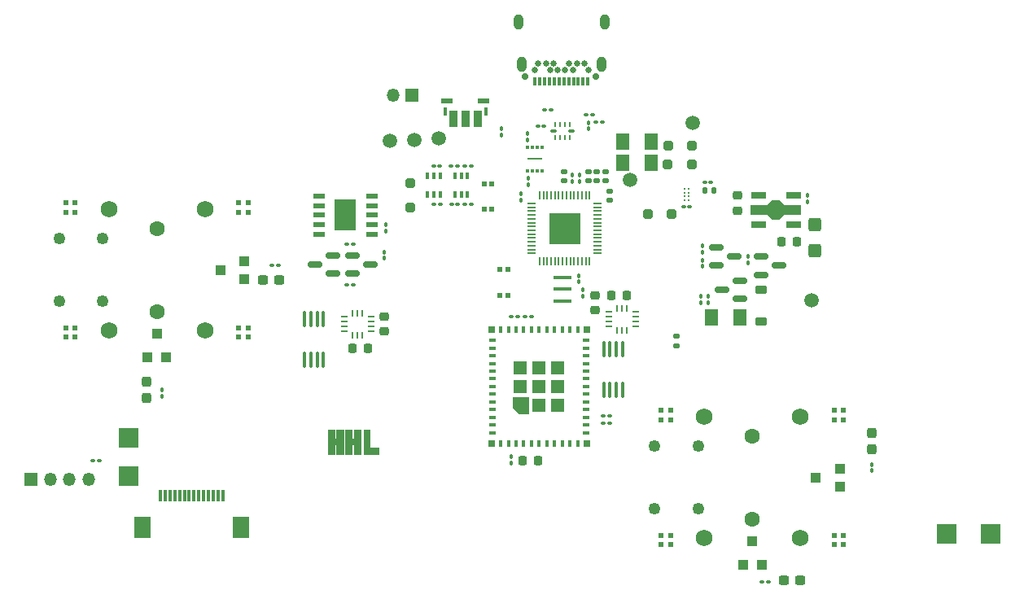
<source format=gbr>
G04 #@! TF.GenerationSoftware,KiCad,Pcbnew,7.0.6*
G04 #@! TF.CreationDate,2023-09-01T17:33:17-07:00*
G04 #@! TF.ProjectId,procon_gcc_main_pcb,70726f63-6f6e-45f6-9763-635f6d61696e,1*
G04 #@! TF.SameCoordinates,Original*
G04 #@! TF.FileFunction,Soldermask,Top*
G04 #@! TF.FilePolarity,Negative*
%FSLAX46Y46*%
G04 Gerber Fmt 4.6, Leading zero omitted, Abs format (unit mm)*
G04 Created by KiCad (PCBNEW 7.0.6) date 2023-09-01 17:33:17*
%MOMM*%
%LPD*%
G01*
G04 APERTURE LIST*
G04 Aperture macros list*
%AMRoundRect*
0 Rectangle with rounded corners*
0 $1 Rounding radius*
0 $2 $3 $4 $5 $6 $7 $8 $9 X,Y pos of 4 corners*
0 Add a 4 corners polygon primitive as box body*
4,1,4,$2,$3,$4,$5,$6,$7,$8,$9,$2,$3,0*
0 Add four circle primitives for the rounded corners*
1,1,$1+$1,$2,$3*
1,1,$1+$1,$4,$5*
1,1,$1+$1,$6,$7*
1,1,$1+$1,$8,$9*
0 Add four rect primitives between the rounded corners*
20,1,$1+$1,$2,$3,$4,$5,0*
20,1,$1+$1,$4,$5,$6,$7,0*
20,1,$1+$1,$6,$7,$8,$9,0*
20,1,$1+$1,$8,$9,$2,$3,0*%
%AMFreePoly0*
4,1,13,0.900000,0.500000,2.600000,0.500000,2.600000,-0.500000,0.900000,-0.500000,0.400000,-1.000000,-0.400000,-1.000000,-0.900000,-0.500000,-2.600000,-0.500000,-2.600000,0.500000,-0.900000,0.500000,-0.400000,1.000000,0.400000,1.000000,0.900000,0.500000,0.900000,0.500000,$1*%
G04 Aperture macros list end*
%ADD10C,0.010000*%
%ADD11C,0.025000*%
%ADD12R,0.745000X0.280000*%
%ADD13R,0.280000X0.745000*%
%ADD14R,0.550000X0.550000*%
%ADD15R,2.000000X2.000000*%
%ADD16R,0.400000X0.800000*%
%ADD17R,0.800000X0.400000*%
%ADD18R,1.450000X1.450000*%
%ADD19R,0.700000X0.700000*%
%ADD20R,1.300000X0.600000*%
%ADD21R,2.300000X3.200000*%
%ADD22RoundRect,0.100000X0.100000X-0.130000X0.100000X0.130000X-0.100000X0.130000X-0.100000X-0.130000X0*%
%ADD23RoundRect,0.225000X-0.225000X-0.250000X0.225000X-0.250000X0.225000X0.250000X-0.225000X0.250000X0*%
%ADD24RoundRect,0.225000X0.225000X0.250000X-0.225000X0.250000X-0.225000X-0.250000X0.225000X-0.250000X0*%
%ADD25RoundRect,0.100000X-0.130000X-0.100000X0.130000X-0.100000X0.130000X0.100000X-0.130000X0.100000X0*%
%ADD26RoundRect,0.237500X-0.237500X0.300000X-0.237500X-0.300000X0.237500X-0.300000X0.237500X0.300000X0*%
%ADD27RoundRect,0.140000X-0.170000X0.140000X-0.170000X-0.140000X0.170000X-0.140000X0.170000X0.140000X0*%
%ADD28RoundRect,0.225000X-0.250000X0.225000X-0.250000X-0.225000X0.250000X-0.225000X0.250000X0.225000X0*%
%ADD29RoundRect,0.250000X-0.425000X0.450000X-0.425000X-0.450000X0.425000X-0.450000X0.425000X0.450000X0*%
%ADD30RoundRect,0.140000X0.170000X-0.140000X0.170000X0.140000X-0.170000X0.140000X-0.170000X-0.140000X0*%
%ADD31RoundRect,0.225000X0.250000X-0.225000X0.250000X0.225000X-0.250000X0.225000X-0.250000X-0.225000X0*%
%ADD32RoundRect,0.140000X0.140000X0.170000X-0.140000X0.170000X-0.140000X-0.170000X0.140000X-0.170000X0*%
%ADD33RoundRect,0.225000X-0.375000X0.225000X-0.375000X-0.225000X0.375000X-0.225000X0.375000X0.225000X0*%
%ADD34RoundRect,0.250000X-0.250000X0.250000X-0.250000X-0.250000X0.250000X-0.250000X0.250000X0.250000X0*%
%ADD35R,1.350000X1.350000*%
%ADD36O,1.350000X1.350000*%
%ADD37R,0.300000X1.300000*%
%ADD38R,1.800000X2.200000*%
%ADD39RoundRect,0.150000X-0.587500X-0.150000X0.587500X-0.150000X0.587500X0.150000X-0.587500X0.150000X0*%
%ADD40R,0.400000X0.650000*%
%ADD41RoundRect,0.135000X0.185000X-0.135000X0.185000X0.135000X-0.185000X0.135000X-0.185000X-0.135000X0*%
%ADD42RoundRect,0.100000X-0.100000X0.130000X-0.100000X-0.130000X0.100000X-0.130000X0.100000X0.130000X0*%
%ADD43R,1.000000X1.000000*%
%ADD44RoundRect,0.050000X-0.387500X-0.050000X0.387500X-0.050000X0.387500X0.050000X-0.387500X0.050000X0*%
%ADD45RoundRect,0.050000X-0.050000X-0.387500X0.050000X-0.387500X0.050000X0.387500X-0.050000X0.387500X0*%
%ADD46R,3.200000X3.200000*%
%ADD47RoundRect,0.100000X0.100000X-0.712500X0.100000X0.712500X-0.100000X0.712500X-0.100000X-0.712500X0*%
%ADD48RoundRect,0.050000X0.075000X-0.225000X0.075000X0.225000X-0.075000X0.225000X-0.075000X-0.225000X0*%
%ADD49RoundRect,0.050000X0.050000X-0.225000X0.050000X0.225000X-0.050000X0.225000X-0.050000X-0.225000X0*%
%ADD50RoundRect,0.050000X0.250000X-0.100000X0.250000X0.100000X-0.250000X0.100000X-0.250000X-0.100000X0*%
%ADD51R,0.300000X0.400000*%
%ADD52R,1.600000X0.200000*%
%ADD53R,1.500000X0.700000*%
%ADD54FreePoly0,180.000000*%
%ADD55C,1.500000*%
%ADD56RoundRect,0.100000X0.130000X0.100000X-0.130000X0.100000X-0.130000X-0.100000X0.130000X-0.100000X0*%
%ADD57O,0.400000X0.900000*%
%ADD58R,0.950000X1.700000*%
%ADD59R,0.900000X1.700000*%
%ADD60R,1.200000X0.600000*%
%ADD61RoundRect,0.250000X0.250000X0.250000X-0.250000X0.250000X-0.250000X-0.250000X0.250000X-0.250000X0*%
%ADD62RoundRect,0.237500X0.300000X0.237500X-0.300000X0.237500X-0.300000X-0.237500X0.300000X-0.237500X0*%
%ADD63RoundRect,0.250001X0.462499X0.624999X-0.462499X0.624999X-0.462499X-0.624999X0.462499X-0.624999X0*%
%ADD64RoundRect,0.150000X0.587500X0.150000X-0.587500X0.150000X-0.587500X-0.150000X0.587500X-0.150000X0*%
%ADD65RoundRect,0.250000X-0.250000X-0.250000X0.250000X-0.250000X0.250000X0.250000X-0.250000X0.250000X0*%
%ADD66C,0.230000*%
%ADD67RoundRect,0.237500X-0.300000X-0.237500X0.300000X-0.237500X0.300000X0.237500X-0.300000X0.237500X0*%
%ADD68R,1.900000X0.400000*%
%ADD69C,1.750000*%
%ADD70C,1.600000*%
%ADD71C,1.250000*%
%ADD72R,0.500000X0.550000*%
%ADD73C,0.700000*%
%ADD74R,0.300000X0.900000*%
%ADD75C,0.650000*%
%ADD76O,1.000000X1.600000*%
G04 APERTURE END LIST*
D10*
X135019200Y-133323800D02*
X133969200Y-133323800D01*
X133369200Y-132723800D01*
X133369200Y-131673800D01*
X135019200Y-131673800D01*
X135019200Y-133323800D01*
G36*
X135019200Y-133323800D02*
G01*
X133969200Y-133323800D01*
X133369200Y-132723800D01*
X133369200Y-131673800D01*
X135019200Y-131673800D01*
X135019200Y-133323800D01*
G37*
D11*
X118516400Y-136903898D02*
X119470355Y-136903898D01*
X119470355Y-137573267D01*
X117883741Y-137573267D01*
X117883741Y-135020095D01*
X118516400Y-135020095D01*
X118516400Y-136903898D01*
G36*
X118516400Y-136903898D02*
G01*
X119470355Y-136903898D01*
X119470355Y-137573267D01*
X117883741Y-137573267D01*
X117883741Y-135020095D01*
X118516400Y-135020095D01*
X118516400Y-136903898D01*
G37*
X115750266Y-137573267D02*
X115069405Y-137573267D01*
X115069405Y-136605145D01*
X114829749Y-136605145D01*
X114829749Y-137573267D01*
X114144449Y-137573267D01*
X114144449Y-135020615D01*
X114827463Y-135020095D01*
X114827463Y-135942897D01*
X115069405Y-135942897D01*
X115069405Y-135020095D01*
X115750266Y-135020095D01*
X115750266Y-137573267D01*
G36*
X115750266Y-137573267D02*
G01*
X115069405Y-137573267D01*
X115069405Y-136605145D01*
X114829749Y-136605145D01*
X114829749Y-137573267D01*
X114144449Y-137573267D01*
X114144449Y-135020615D01*
X114827463Y-135020095D01*
X114827463Y-135942897D01*
X115069405Y-135942897D01*
X115069405Y-135020095D01*
X115750266Y-135020095D01*
X115750266Y-137573267D01*
G37*
X117600266Y-137573267D02*
X116919405Y-137573267D01*
X116919405Y-136605145D01*
X116679749Y-136605145D01*
X116679749Y-137573267D01*
X115994449Y-137573267D01*
X115994449Y-135020615D01*
X116677463Y-135020095D01*
X116677463Y-135942897D01*
X116919405Y-135942897D01*
X116919405Y-135020095D01*
X117600266Y-135020095D01*
X117600266Y-137573267D01*
G36*
X117600266Y-137573267D02*
G01*
X116919405Y-137573267D01*
X116919405Y-136605145D01*
X116679749Y-136605145D01*
X116679749Y-137573267D01*
X115994449Y-137573267D01*
X115994449Y-135020615D01*
X116677463Y-135020095D01*
X116677463Y-135942897D01*
X116919405Y-135942897D01*
X116919405Y-135020095D01*
X117600266Y-135020095D01*
X117600266Y-137573267D01*
G37*
D12*
X146159800Y-124295600D03*
X146159800Y-123795600D03*
X146159800Y-123295600D03*
X146159800Y-122795600D03*
D13*
X145261800Y-122397600D03*
X144761800Y-122397600D03*
X144261800Y-122397600D03*
D12*
X143363800Y-122795600D03*
X143363800Y-123295600D03*
X143363800Y-123795600D03*
X143363800Y-124295600D03*
D13*
X144261800Y-124693600D03*
X144761800Y-124693600D03*
X145261800Y-124693600D03*
D12*
X115841200Y-123303600D03*
X115841200Y-123803600D03*
X115841200Y-124303600D03*
X115841200Y-124803600D03*
D13*
X116739200Y-125201600D03*
X117239200Y-125201600D03*
X117739200Y-125201600D03*
D12*
X118637200Y-124803600D03*
X118637200Y-124303600D03*
X118637200Y-123803600D03*
X118637200Y-123303600D03*
D13*
X117739200Y-122905600D03*
X117239200Y-122905600D03*
X116739200Y-122905600D03*
D14*
X86902000Y-125407600D03*
X87852000Y-125407600D03*
X87852000Y-124457600D03*
X86902000Y-124457600D03*
X86902000Y-112407600D03*
X87852000Y-112407600D03*
X87852000Y-111457600D03*
X86902000Y-111457600D03*
X104902000Y-112407600D03*
X105852000Y-112407600D03*
X105852000Y-111457600D03*
X104902000Y-111457600D03*
X104902000Y-125407600D03*
X105852000Y-125407600D03*
X105852000Y-124457600D03*
X104902000Y-124457600D03*
X148845200Y-146997000D03*
X149795200Y-146997000D03*
X149795200Y-146047000D03*
X148845200Y-146047000D03*
X166845200Y-146997000D03*
X167795200Y-146997000D03*
X167795200Y-146047000D03*
X166845200Y-146047000D03*
X166845200Y-133997000D03*
X167795200Y-133997000D03*
X167795200Y-133047000D03*
X166845200Y-133047000D03*
X148845200Y-133997000D03*
X149795200Y-133997000D03*
X149795200Y-133047000D03*
X148845200Y-133047000D03*
D15*
X183062000Y-145848750D03*
D16*
X132144200Y-136448800D03*
X132944200Y-136448800D03*
X133744200Y-136448800D03*
X134544200Y-136448800D03*
X135344200Y-136448800D03*
X136144200Y-136448800D03*
X136944200Y-136448800D03*
X137744200Y-136448800D03*
X138544200Y-136448800D03*
X139344200Y-136448800D03*
X140144200Y-136448800D03*
D17*
X141044200Y-135348800D03*
X141044200Y-134548800D03*
X141044200Y-133748800D03*
X141044200Y-132948800D03*
X141044200Y-132148800D03*
X141044200Y-131348800D03*
X141044200Y-130548800D03*
X141044200Y-129748800D03*
X141044200Y-128948800D03*
X141044200Y-128148800D03*
X141044200Y-127348800D03*
X141044200Y-126548800D03*
X141044200Y-125748800D03*
D16*
X140144200Y-124648800D03*
X139344200Y-124648800D03*
X138544200Y-124648800D03*
X137744200Y-124648800D03*
X136944200Y-124648800D03*
X136144200Y-124648800D03*
X135344200Y-124648800D03*
X134544200Y-124648800D03*
X133744200Y-124648800D03*
X132944200Y-124648800D03*
X132144200Y-124648800D03*
D17*
X131244200Y-125748800D03*
X131244200Y-126548800D03*
X131244200Y-127348800D03*
X131244200Y-128148800D03*
X131244200Y-128948800D03*
X131244200Y-129748800D03*
X131244200Y-130548800D03*
X131244200Y-131348800D03*
X131244200Y-132148800D03*
X131244200Y-132948800D03*
X131244200Y-133748800D03*
X131244200Y-134548800D03*
X131244200Y-135348800D03*
D18*
X136144200Y-130548800D03*
D19*
X131194200Y-124598800D03*
X141094200Y-124598800D03*
X141094200Y-136498800D03*
X131194200Y-136498800D03*
D18*
X136144200Y-132498800D03*
X138094200Y-132498800D03*
X138094200Y-130548800D03*
X138094200Y-128598800D03*
X136144200Y-128598800D03*
X134194200Y-128598800D03*
X134194200Y-130548800D03*
D20*
X113227302Y-110726102D03*
X113227302Y-111726102D03*
X113227302Y-112726102D03*
X113227302Y-113726102D03*
X113227302Y-114726102D03*
X118727302Y-114726102D03*
X118727302Y-113726102D03*
X118727302Y-112726102D03*
X118727302Y-111726102D03*
X118727302Y-110726102D03*
D21*
X115977302Y-112726102D03*
D22*
X134950900Y-104884294D03*
X134950900Y-104244294D03*
D23*
X134454600Y-138226800D03*
X136004600Y-138226800D03*
D24*
X118314100Y-126547002D03*
X116764100Y-126547002D03*
D23*
X143678194Y-121060800D03*
X145228194Y-121060800D03*
D25*
X142072400Y-103073200D03*
X142712400Y-103073200D03*
D26*
X170738456Y-135352081D03*
X170738456Y-137077081D03*
X95317457Y-130017891D03*
X95317457Y-131742891D03*
D27*
X141236700Y-108179894D03*
X141236700Y-109139894D03*
D28*
X141938323Y-121038129D03*
X141938323Y-122588129D03*
D29*
X164774000Y-113688000D03*
X164774000Y-116388000D03*
D22*
X134251700Y-111164294D03*
X134251700Y-110524294D03*
D30*
X143471900Y-111197294D03*
X143471900Y-110237294D03*
X142151100Y-109137294D03*
X142151100Y-108177294D03*
D27*
X138747500Y-108179894D03*
X138747500Y-109139894D03*
D22*
X164088200Y-111344800D03*
X164088200Y-110704800D03*
D31*
X156798400Y-112231600D03*
X156798400Y-110681600D03*
D25*
X153353200Y-109274000D03*
X153993200Y-109274000D03*
D32*
X154356400Y-110163000D03*
X153396400Y-110163000D03*
D33*
X159237200Y-120476000D03*
X159237200Y-123776000D03*
D34*
X122758200Y-109392400D03*
X122758200Y-111892400D03*
D35*
X83274400Y-140182600D03*
D36*
X85274400Y-140182600D03*
X87274400Y-140182600D03*
X89274400Y-140182600D03*
D37*
X96741205Y-141917846D03*
X97241205Y-141917846D03*
X97741205Y-141917846D03*
X98241205Y-141917846D03*
X98741205Y-141917846D03*
X99241205Y-141917846D03*
X99741205Y-141917846D03*
X100241205Y-141917846D03*
X100741205Y-141917846D03*
X101241205Y-141917846D03*
X101741205Y-141917846D03*
X102241205Y-141917846D03*
X102741205Y-141917846D03*
X103241205Y-141917846D03*
D38*
X94841205Y-145167846D03*
X105141205Y-145167846D03*
D39*
X159237200Y-117025600D03*
X159237200Y-118925600D03*
X161112200Y-117975600D03*
X154565900Y-116070600D03*
X154565900Y-117970600D03*
X156440900Y-117020600D03*
D40*
X124546600Y-110556100D03*
X125196600Y-110556100D03*
X125846600Y-110556100D03*
X125846600Y-108656100D03*
X125196600Y-108656100D03*
X124546600Y-108656100D03*
X127391400Y-110556100D03*
X128041400Y-110556100D03*
X128691400Y-110556100D03*
X128691400Y-108656100D03*
X128041400Y-108656100D03*
X127391400Y-108656100D03*
D41*
X150418800Y-126290800D03*
X150418800Y-125270800D03*
D42*
X120019023Y-116562301D03*
X120019023Y-117202301D03*
D43*
X95427000Y-127532600D03*
X97327000Y-127532600D03*
X96377000Y-125032600D03*
X105477000Y-119382600D03*
X105477000Y-117482600D03*
X102977000Y-118432600D03*
X157370200Y-149122000D03*
X159270200Y-149122000D03*
X158320200Y-146622000D03*
X167420200Y-140972000D03*
X167420200Y-139072000D03*
X164920200Y-140022000D03*
D44*
X135348200Y-111508094D03*
X135348200Y-111908094D03*
X135348200Y-112308094D03*
X135348200Y-112708094D03*
X135348200Y-113108094D03*
X135348200Y-113508094D03*
X135348200Y-113908094D03*
X135348200Y-114308094D03*
X135348200Y-114708094D03*
X135348200Y-115108094D03*
X135348200Y-115508094D03*
X135348200Y-115908094D03*
X135348200Y-116308094D03*
X135348200Y-116708094D03*
D45*
X136185700Y-117545594D03*
X136585700Y-117545594D03*
X136985700Y-117545594D03*
X137385700Y-117545594D03*
X137785700Y-117545594D03*
X138185700Y-117545594D03*
X138585700Y-117545594D03*
X138985700Y-117545594D03*
X139385700Y-117545594D03*
X139785700Y-117545594D03*
X140185700Y-117545594D03*
X140585700Y-117545594D03*
X140985700Y-117545594D03*
X141385700Y-117545594D03*
D44*
X142223200Y-116708094D03*
X142223200Y-116308094D03*
X142223200Y-115908094D03*
X142223200Y-115508094D03*
X142223200Y-115108094D03*
X142223200Y-114708094D03*
X142223200Y-114308094D03*
X142223200Y-113908094D03*
X142223200Y-113508094D03*
X142223200Y-113108094D03*
X142223200Y-112708094D03*
X142223200Y-112308094D03*
X142223200Y-111908094D03*
X142223200Y-111508094D03*
D45*
X141385700Y-110670594D03*
X140985700Y-110670594D03*
X140585700Y-110670594D03*
X140185700Y-110670594D03*
X139785700Y-110670594D03*
X139385700Y-110670594D03*
X138985700Y-110670594D03*
X138585700Y-110670594D03*
X138185700Y-110670594D03*
X137785700Y-110670594D03*
X137385700Y-110670594D03*
X136985700Y-110670594D03*
X136585700Y-110670594D03*
X136185700Y-110670594D03*
D46*
X138785700Y-114108094D03*
D47*
X111750200Y-127791700D03*
X112400200Y-127791700D03*
X113050200Y-127791700D03*
X113700200Y-127791700D03*
X113700200Y-123566700D03*
X113050200Y-123566700D03*
X112400200Y-123566700D03*
X111750200Y-123566700D03*
D48*
X137807000Y-104688000D03*
D49*
X138307000Y-104688000D03*
X138807000Y-104688000D03*
D48*
X139307000Y-104688000D03*
D50*
X139457000Y-104013000D03*
D48*
X139307000Y-103338000D03*
D49*
X138807000Y-103338000D03*
X138307000Y-103338000D03*
D48*
X137807000Y-103338000D03*
D50*
X137657000Y-104013000D03*
D51*
X134949500Y-108081894D03*
X135449500Y-108081894D03*
X135949500Y-108081894D03*
X136449500Y-108081894D03*
X136449500Y-105681894D03*
X135949500Y-105681894D03*
X135449500Y-105681894D03*
X134949500Y-105681894D03*
D52*
X135699500Y-106881894D03*
D53*
X162636200Y-113693200D03*
D54*
X160786200Y-112193200D03*
D53*
X162636200Y-110693200D03*
X158936200Y-110693200D03*
X158936200Y-113693200D03*
D55*
X164439600Y-121589800D03*
X125679200Y-104724200D03*
X123164600Y-104927400D03*
X152095200Y-103149400D03*
X145567400Y-109016800D03*
X120599200Y-104952800D03*
D56*
X90390011Y-138245882D03*
X89750011Y-138245882D03*
D57*
X126333519Y-101965000D03*
X130633519Y-101965000D03*
D58*
X127208519Y-102740000D03*
D59*
X128483519Y-102740000D03*
D58*
X129758519Y-102740000D03*
D60*
X126583519Y-100840000D03*
X130383519Y-100840000D03*
D22*
X153166600Y-116563800D03*
X153166600Y-115923800D03*
D42*
X139611100Y-108543094D03*
X139611100Y-109183094D03*
D61*
X152024400Y-107467400D03*
X149524400Y-107467400D03*
D28*
X120018689Y-123258755D03*
X120018689Y-124808755D03*
D22*
X153725400Y-121836400D03*
X153725400Y-121196400D03*
X170739623Y-139288477D03*
X170739623Y-138648477D03*
D25*
X142807000Y-133583600D03*
X143447000Y-133583600D03*
D62*
X163312504Y-150698757D03*
X161587504Y-150698757D03*
D63*
X147791500Y-107289600D03*
X144816500Y-107289600D03*
D56*
X127660800Y-111612700D03*
X127020800Y-111612700D03*
D64*
X157025100Y-121450400D03*
X157025100Y-119550400D03*
X155150100Y-120500400D03*
D25*
X125206800Y-111612700D03*
X125846800Y-111612700D03*
D65*
X147441600Y-112649000D03*
X149941600Y-112649000D03*
D63*
X147791500Y-105054400D03*
X144816500Y-105054400D03*
D15*
X93413992Y-139903200D03*
D61*
X152049800Y-105537000D03*
X149549800Y-105537000D03*
D42*
X141274800Y-103108800D03*
X141274800Y-103748800D03*
D25*
X125181400Y-107599500D03*
X125821400Y-107599500D03*
D56*
X143447000Y-134396400D03*
X142807000Y-134396400D03*
D42*
X152963400Y-121196400D03*
X152963400Y-121836400D03*
D25*
X116143023Y-119981101D03*
X116783023Y-119981101D03*
D63*
X157041700Y-123393200D03*
X154066700Y-123393200D03*
D42*
X140322300Y-108543094D03*
X140322300Y-109183094D03*
D66*
X151288800Y-109969400D03*
X151688800Y-109969400D03*
X151288800Y-110369400D03*
X151688800Y-110369400D03*
X151288800Y-110769400D03*
X151688800Y-110769400D03*
X151288800Y-111169400D03*
X151688800Y-111169400D03*
D67*
X107418809Y-119497056D03*
X109143809Y-119497056D03*
D39*
X116744723Y-116922901D03*
X116744723Y-118822901D03*
X118619723Y-117872901D03*
D25*
X136738400Y-101752400D03*
X137378400Y-101752400D03*
D22*
X134975600Y-109564094D03*
X134975600Y-108924094D03*
D25*
X116132423Y-115764701D03*
X116772423Y-115764701D03*
D68*
X138595100Y-119236494D03*
X138595100Y-120436494D03*
X138595100Y-121636494D03*
D56*
X136641800Y-103505000D03*
X136001800Y-103505000D03*
D25*
X159325629Y-150847756D03*
X159965629Y-150847756D03*
D69*
X153320200Y-133697000D03*
X153320200Y-146347000D03*
D70*
X158320200Y-135722000D03*
X158320200Y-144322000D03*
D69*
X163320200Y-133697000D03*
X163320200Y-146347000D03*
D71*
X152670200Y-136772000D03*
X152670200Y-143272000D03*
X148170200Y-136772000D03*
X148170200Y-143272000D03*
D64*
X114708123Y-118822901D03*
X114708123Y-116922901D03*
X112833123Y-117872901D03*
D56*
X133873200Y-123266200D03*
X133233200Y-123266200D03*
D72*
X130435400Y-112119800D03*
X131235400Y-112119800D03*
X130435400Y-109469800D03*
X131235400Y-109469800D03*
D25*
X108365401Y-117977059D03*
X109005401Y-117977059D03*
D27*
X143065500Y-108177294D03*
X143065500Y-109137294D03*
D22*
X140703300Y-121121094D03*
X140703300Y-120481094D03*
D42*
X120225902Y-113736302D03*
X120225902Y-114376302D03*
D35*
X122920000Y-100228400D03*
D36*
X120920000Y-100228400D03*
D56*
X127624800Y-107599500D03*
X126984800Y-107599500D03*
D73*
X142060000Y-98275000D03*
X134710000Y-98275000D03*
D74*
X141210000Y-98835000D03*
X140710000Y-98835000D03*
X140210000Y-98835000D03*
X139710000Y-98835000D03*
X139210000Y-98835000D03*
X138710000Y-98835000D03*
X138210000Y-98835000D03*
X137710000Y-98835000D03*
X137210000Y-98835000D03*
X136710000Y-98835000D03*
X136210000Y-98835000D03*
X135710000Y-98835000D03*
D75*
X135660000Y-97625000D03*
X136060000Y-96925000D03*
X136860000Y-96925000D03*
X137260000Y-97625000D03*
X137660000Y-96925000D03*
X138060000Y-97625000D03*
X138860000Y-97625000D03*
X139260000Y-96925000D03*
X139660000Y-97625000D03*
X140060000Y-96925000D03*
X140860000Y-96925000D03*
X141260000Y-97625000D03*
D76*
X142950000Y-92635000D03*
X142590000Y-97025000D03*
X134330000Y-97025000D03*
X133970000Y-92635000D03*
D47*
X142865200Y-130915900D03*
X143515200Y-130915900D03*
X144165200Y-130915900D03*
X144815200Y-130915900D03*
X144815200Y-126690900D03*
X144165200Y-126690900D03*
X143515200Y-126690900D03*
X142865200Y-126690900D03*
D72*
X132861000Y-118385200D03*
X132061000Y-118385200D03*
X132861000Y-121035200D03*
X132061000Y-121035200D03*
D25*
X128432600Y-107599500D03*
X129072600Y-107599500D03*
D22*
X140220700Y-119664294D03*
X140220700Y-119024294D03*
D42*
X96933652Y-130932363D03*
X96933652Y-131572363D03*
D22*
X133248400Y-138521400D03*
X133248400Y-137881400D03*
D25*
X128443200Y-111612700D03*
X129083200Y-111612700D03*
X151143400Y-111864800D03*
X151783400Y-111864800D03*
D42*
X157840200Y-117030800D03*
X157840200Y-117670800D03*
X132257800Y-103718400D03*
X132257800Y-104358400D03*
D69*
X91377000Y-112107600D03*
X91377000Y-124757600D03*
D70*
X96377000Y-114132600D03*
X96377000Y-122732600D03*
D69*
X101377000Y-112107600D03*
X101377000Y-124757600D03*
D71*
X90727000Y-115182600D03*
X90727000Y-121682600D03*
X86227000Y-115182600D03*
X86227000Y-121682600D03*
D22*
X153166600Y-118037000D03*
X153166600Y-117397000D03*
D15*
X93413992Y-135909304D03*
X178562000Y-145848750D03*
D24*
X162932800Y-115495200D03*
X161382800Y-115495200D03*
D25*
X141056400Y-102311200D03*
X141696400Y-102311200D03*
D56*
X135346400Y-123266200D03*
X134706400Y-123266200D03*
M02*

</source>
